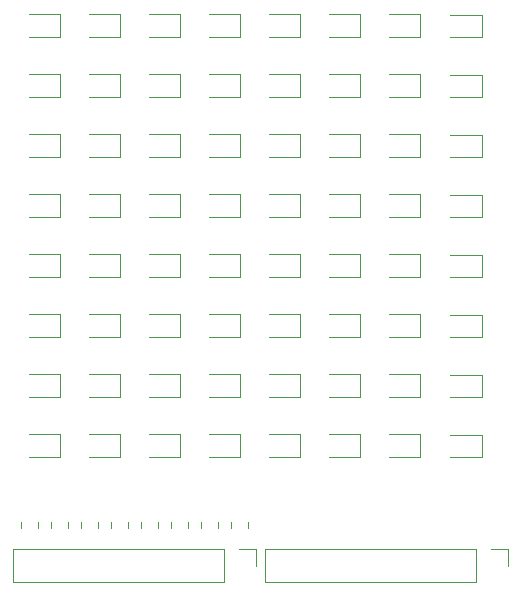
<source format=gbr>
%TF.GenerationSoftware,KiCad,Pcbnew,9.0.3*%
%TF.CreationDate,2025-08-28T20:36:14+02:00*%
%TF.ProjectId,ledki8x8,6c65646b-6938-4783-982e-6b696361645f,rev?*%
%TF.SameCoordinates,Original*%
%TF.FileFunction,Legend,Top*%
%TF.FilePolarity,Positive*%
%FSLAX46Y46*%
G04 Gerber Fmt 4.6, Leading zero omitted, Abs format (unit mm)*
G04 Created by KiCad (PCBNEW 9.0.3) date 2025-08-28 20:36:14*
%MOMM*%
%LPD*%
G01*
G04 APERTURE LIST*
%ADD10C,0.120000*%
G04 APERTURE END LIST*
D10*
%TO.C,J2*%
X185538000Y-126140000D02*
X167648000Y-126140000D01*
X167648000Y-123380000D02*
X167648000Y-126140000D01*
X185538000Y-123380000D02*
X185538000Y-126140000D01*
X185538000Y-123380000D02*
X167648000Y-123380000D01*
X186808000Y-123380000D02*
X188188000Y-123380000D01*
X188188000Y-123380000D02*
X188188000Y-124760000D01*
%TO.C,J1*%
X164202000Y-126140000D02*
X146312000Y-126140000D01*
X146312000Y-123380000D02*
X146312000Y-126140000D01*
X164202000Y-123380000D02*
X164202000Y-126140000D01*
X164202000Y-123380000D02*
X146312000Y-123380000D01*
X165472000Y-123380000D02*
X166852000Y-123380000D01*
X166852000Y-123380000D02*
X166852000Y-124760000D01*
%TO.C,R5*%
X156047000Y-121080436D02*
X156047000Y-121534564D01*
X154577000Y-121080436D02*
X154577000Y-121534564D01*
%TO.C,R1*%
X164737000Y-121080436D02*
X164737000Y-121534564D01*
X166207000Y-121080436D02*
X166207000Y-121534564D01*
%TO.C,R4*%
X157117000Y-121080436D02*
X157117000Y-121534564D01*
X158587000Y-121080436D02*
X158587000Y-121534564D01*
%TO.C,R2*%
X162197000Y-121080436D02*
X162197000Y-121534564D01*
X163667000Y-121080436D02*
X163667000Y-121534564D01*
%TO.C,R3*%
X159657000Y-121080436D02*
X159657000Y-121534564D01*
X161127000Y-121080436D02*
X161127000Y-121534564D01*
%TO.C,R8*%
X146957000Y-121080436D02*
X146957000Y-121534564D01*
X148427000Y-121080436D02*
X148427000Y-121534564D01*
%TO.C,R7*%
X149497000Y-121080436D02*
X149497000Y-121534564D01*
X150967000Y-121080436D02*
X150967000Y-121534564D01*
%TO.C,R6*%
X152037000Y-121080436D02*
X152037000Y-121534564D01*
X153507000Y-121080436D02*
X153507000Y-121534564D01*
%TO.C,D8*%
X147629500Y-80000000D02*
X150314500Y-80000000D01*
X150314500Y-78080000D02*
X147629500Y-78080000D01*
X150314500Y-80000000D02*
X150314500Y-78080000D01*
%TO.C,D7*%
X152709500Y-80000000D02*
X155394500Y-80000000D01*
X155394500Y-78080000D02*
X152709500Y-78080000D01*
X155394500Y-80000000D02*
X155394500Y-78080000D01*
%TO.C,D15*%
X152709500Y-85080000D02*
X155394500Y-85080000D01*
X155394500Y-83160000D02*
X152709500Y-83160000D01*
X155394500Y-85080000D02*
X155394500Y-83160000D01*
%TO.C,D30*%
X152709500Y-95240000D02*
X155394500Y-95240000D01*
X155394500Y-93320000D02*
X152709500Y-93320000D01*
X155394500Y-95240000D02*
X155394500Y-93320000D01*
%TO.C,D57*%
X152709500Y-100320000D02*
X155394500Y-100320000D01*
X155394500Y-98400000D02*
X152709500Y-98400000D01*
X155394500Y-100320000D02*
X155394500Y-98400000D01*
%TO.C,D58*%
X152709500Y-105400000D02*
X155394500Y-105400000D01*
X155394500Y-103480000D02*
X152709500Y-103480000D01*
X155394500Y-105400000D02*
X155394500Y-103480000D01*
%TO.C,D59*%
X152709500Y-110480000D02*
X155394500Y-110480000D01*
X155394500Y-108560000D02*
X152709500Y-108560000D01*
X155394500Y-110480000D02*
X155394500Y-108560000D01*
%TO.C,D60*%
X152709500Y-115560000D02*
X155394500Y-115560000D01*
X155394500Y-113640000D02*
X152709500Y-113640000D01*
X155394500Y-115560000D02*
X155394500Y-113640000D01*
%TO.C,D29*%
X152709500Y-90160000D02*
X155394500Y-90160000D01*
X155394500Y-88240000D02*
X152709500Y-88240000D01*
X155394500Y-90160000D02*
X155394500Y-88240000D01*
%TO.C,D16*%
X147629500Y-85080000D02*
X150314500Y-85080000D01*
X150314500Y-83160000D02*
X147629500Y-83160000D01*
X150314500Y-85080000D02*
X150314500Y-83160000D01*
%TO.C,D2*%
X180794500Y-80000000D02*
X180794500Y-78080000D01*
X180794500Y-78080000D02*
X178109500Y-78080000D01*
X178109500Y-80000000D02*
X180794500Y-80000000D01*
%TO.C,D10*%
X180794500Y-85080000D02*
X180794500Y-83160000D01*
X180794500Y-83160000D02*
X178109500Y-83160000D01*
X178109500Y-85080000D02*
X180794500Y-85080000D01*
%TO.C,D19*%
X180794500Y-90160000D02*
X180794500Y-88240000D01*
X180794500Y-88240000D02*
X178109500Y-88240000D01*
X178109500Y-90160000D02*
X180794500Y-90160000D01*
%TO.C,D20*%
X180794500Y-95240000D02*
X180794500Y-93320000D01*
X180794500Y-93320000D02*
X178109500Y-93320000D01*
X178109500Y-95240000D02*
X180794500Y-95240000D01*
%TO.C,D40*%
X180794500Y-115560000D02*
X180794500Y-113640000D01*
X180794500Y-113640000D02*
X178109500Y-113640000D01*
X178109500Y-115560000D02*
X180794500Y-115560000D01*
%TO.C,D37*%
X180794500Y-100320000D02*
X180794500Y-98400000D01*
X180794500Y-98400000D02*
X178109500Y-98400000D01*
X178109500Y-100320000D02*
X180794500Y-100320000D01*
%TO.C,D38*%
X180794500Y-105400000D02*
X180794500Y-103480000D01*
X180794500Y-103480000D02*
X178109500Y-103480000D01*
X178109500Y-105400000D02*
X180794500Y-105400000D01*
%TO.C,D39*%
X180794500Y-110480000D02*
X180794500Y-108560000D01*
X180794500Y-108560000D02*
X178109500Y-108560000D01*
X178109500Y-110480000D02*
X180794500Y-110480000D01*
%TO.C,D36*%
X186010994Y-115567608D02*
X186010994Y-113647608D01*
X186010994Y-113647608D02*
X183325994Y-113647608D01*
X183325994Y-115567608D02*
X186010994Y-115567608D01*
%TO.C,D18*%
X186010994Y-95247608D02*
X186010994Y-93327608D01*
X186010994Y-93327608D02*
X183325994Y-93327608D01*
X183325994Y-95247608D02*
X186010994Y-95247608D01*
%TO.C,D35*%
X186010994Y-110487608D02*
X186010994Y-108567608D01*
X186010994Y-108567608D02*
X183325994Y-108567608D01*
X183325994Y-110487608D02*
X186010994Y-110487608D01*
%TO.C,D33*%
X183325994Y-100327608D02*
X186010994Y-100327608D01*
X186010994Y-98407608D02*
X183325994Y-98407608D01*
X186010994Y-100327608D02*
X186010994Y-98407608D01*
%TO.C,D9*%
X186010994Y-85087608D02*
X186010994Y-83167608D01*
X186010994Y-83167608D02*
X183325994Y-83167608D01*
X183325994Y-85087608D02*
X186010994Y-85087608D01*
%TO.C,D17*%
X186010994Y-90167608D02*
X186010994Y-88247608D01*
X186010994Y-88247608D02*
X183325994Y-88247608D01*
X183325994Y-90167608D02*
X186010994Y-90167608D01*
%TO.C,D34*%
X186010994Y-105407608D02*
X186010994Y-103487608D01*
X186010994Y-103487608D02*
X183325994Y-103487608D01*
X183325994Y-105407608D02*
X186010994Y-105407608D01*
%TO.C,D1*%
X186010994Y-80007608D02*
X186010994Y-78087608D01*
X186010994Y-78087608D02*
X183325994Y-78087608D01*
X183325994Y-80007608D02*
X186010994Y-80007608D01*
%TO.C,D53*%
X157789500Y-100320000D02*
X160474500Y-100320000D01*
X160474500Y-98400000D02*
X157789500Y-98400000D01*
X160474500Y-100320000D02*
X160474500Y-98400000D01*
%TO.C,D64*%
X150314500Y-115560000D02*
X150314500Y-113640000D01*
X150314500Y-113640000D02*
X147629500Y-113640000D01*
X147629500Y-115560000D02*
X150314500Y-115560000D01*
%TO.C,D63*%
X150314500Y-110480000D02*
X150314500Y-108560000D01*
X150314500Y-108560000D02*
X147629500Y-108560000D01*
X147629500Y-110480000D02*
X150314500Y-110480000D01*
%TO.C,D62*%
X150314500Y-105400000D02*
X150314500Y-103480000D01*
X150314500Y-103480000D02*
X147629500Y-103480000D01*
X147629500Y-105400000D02*
X150314500Y-105400000D01*
%TO.C,D61*%
X150314500Y-100320000D02*
X150314500Y-98400000D01*
X150314500Y-98400000D02*
X147629500Y-98400000D01*
X147629500Y-100320000D02*
X150314500Y-100320000D01*
%TO.C,D56*%
X160474500Y-115560000D02*
X160474500Y-113640000D01*
X160474500Y-113640000D02*
X157789500Y-113640000D01*
X157789500Y-115560000D02*
X160474500Y-115560000D01*
%TO.C,D55*%
X160474500Y-110480000D02*
X160474500Y-108560000D01*
X160474500Y-108560000D02*
X157789500Y-108560000D01*
X157789500Y-110480000D02*
X160474500Y-110480000D01*
%TO.C,D54*%
X160474500Y-105400000D02*
X160474500Y-103480000D01*
X160474500Y-103480000D02*
X157789500Y-103480000D01*
X157789500Y-105400000D02*
X160474500Y-105400000D01*
%TO.C,D52*%
X165554500Y-115560000D02*
X165554500Y-113640000D01*
X165554500Y-113640000D02*
X162869500Y-113640000D01*
X162869500Y-115560000D02*
X165554500Y-115560000D01*
%TO.C,D51*%
X165554500Y-110480000D02*
X165554500Y-108560000D01*
X165554500Y-108560000D02*
X162869500Y-108560000D01*
X162869500Y-110480000D02*
X165554500Y-110480000D01*
%TO.C,D50*%
X165554500Y-105400000D02*
X165554500Y-103480000D01*
X165554500Y-103480000D02*
X162869500Y-103480000D01*
X162869500Y-105400000D02*
X165554500Y-105400000D01*
%TO.C,D49*%
X165554500Y-100320000D02*
X165554500Y-98400000D01*
X165554500Y-98400000D02*
X162869500Y-98400000D01*
X162869500Y-100320000D02*
X165554500Y-100320000D01*
%TO.C,D48*%
X170634500Y-115560000D02*
X170634500Y-113640000D01*
X170634500Y-113640000D02*
X167949500Y-113640000D01*
X167949500Y-115560000D02*
X170634500Y-115560000D01*
%TO.C,D47*%
X170634500Y-110480000D02*
X170634500Y-108560000D01*
X170634500Y-108560000D02*
X167949500Y-108560000D01*
X167949500Y-110480000D02*
X170634500Y-110480000D01*
%TO.C,D46*%
X170634500Y-105400000D02*
X170634500Y-103480000D01*
X170634500Y-103480000D02*
X167949500Y-103480000D01*
X167949500Y-105400000D02*
X170634500Y-105400000D01*
%TO.C,D45*%
X170634500Y-100320000D02*
X170634500Y-98400000D01*
X170634500Y-98400000D02*
X167949500Y-98400000D01*
X167949500Y-100320000D02*
X170634500Y-100320000D01*
%TO.C,D44*%
X175714500Y-115560000D02*
X175714500Y-113640000D01*
X175714500Y-113640000D02*
X173029500Y-113640000D01*
X173029500Y-115560000D02*
X175714500Y-115560000D01*
%TO.C,D43*%
X175714500Y-110480000D02*
X175714500Y-108560000D01*
X175714500Y-108560000D02*
X173029500Y-108560000D01*
X173029500Y-110480000D02*
X175714500Y-110480000D01*
%TO.C,D42*%
X175714500Y-105400000D02*
X175714500Y-103480000D01*
X175714500Y-103480000D02*
X173029500Y-103480000D01*
X173029500Y-105400000D02*
X175714500Y-105400000D01*
%TO.C,D41*%
X175714500Y-100320000D02*
X175714500Y-98400000D01*
X175714500Y-98400000D02*
X173029500Y-98400000D01*
X173029500Y-100320000D02*
X175714500Y-100320000D01*
%TO.C,D32*%
X150314500Y-95240000D02*
X150314500Y-93320000D01*
X150314500Y-93320000D02*
X147629500Y-93320000D01*
X147629500Y-95240000D02*
X150314500Y-95240000D01*
%TO.C,D31*%
X150314500Y-90160000D02*
X150314500Y-88240000D01*
X150314500Y-88240000D02*
X147629500Y-88240000D01*
X147629500Y-90160000D02*
X150314500Y-90160000D01*
%TO.C,D28*%
X160474500Y-95240000D02*
X160474500Y-93320000D01*
X160474500Y-93320000D02*
X157789500Y-93320000D01*
X157789500Y-95240000D02*
X160474500Y-95240000D01*
%TO.C,D27*%
X160474500Y-90160000D02*
X160474500Y-88240000D01*
X160474500Y-88240000D02*
X157789500Y-88240000D01*
X157789500Y-90160000D02*
X160474500Y-90160000D01*
%TO.C,D26*%
X165554500Y-95240000D02*
X165554500Y-93320000D01*
X165554500Y-93320000D02*
X162869500Y-93320000D01*
X162869500Y-95240000D02*
X165554500Y-95240000D01*
%TO.C,D25*%
X165554500Y-90160000D02*
X165554500Y-88240000D01*
X165554500Y-88240000D02*
X162869500Y-88240000D01*
X162869500Y-90160000D02*
X165554500Y-90160000D01*
%TO.C,D24*%
X170634500Y-95240000D02*
X170634500Y-93320000D01*
X170634500Y-93320000D02*
X167949500Y-93320000D01*
X167949500Y-95240000D02*
X170634500Y-95240000D01*
%TO.C,D23*%
X170634500Y-90160000D02*
X170634500Y-88240000D01*
X170634500Y-88240000D02*
X167949500Y-88240000D01*
X167949500Y-90160000D02*
X170634500Y-90160000D01*
%TO.C,D22*%
X175714500Y-95240000D02*
X175714500Y-93320000D01*
X175714500Y-93320000D02*
X173029500Y-93320000D01*
X173029500Y-95240000D02*
X175714500Y-95240000D01*
%TO.C,D21*%
X175714500Y-90160000D02*
X175714500Y-88240000D01*
X175714500Y-88240000D02*
X173029500Y-88240000D01*
X173029500Y-90160000D02*
X175714500Y-90160000D01*
%TO.C,D14*%
X160474500Y-85080000D02*
X160474500Y-83160000D01*
X160474500Y-83160000D02*
X157789500Y-83160000D01*
X157789500Y-85080000D02*
X160474500Y-85080000D01*
%TO.C,D13*%
X165554500Y-85080000D02*
X165554500Y-83160000D01*
X165554500Y-83160000D02*
X162869500Y-83160000D01*
X162869500Y-85080000D02*
X165554500Y-85080000D01*
%TO.C,D12*%
X170634500Y-85080000D02*
X170634500Y-83160000D01*
X170634500Y-83160000D02*
X167949500Y-83160000D01*
X167949500Y-85080000D02*
X170634500Y-85080000D01*
%TO.C,D11*%
X175714500Y-85080000D02*
X175714500Y-83160000D01*
X175714500Y-83160000D02*
X173029500Y-83160000D01*
X173029500Y-85080000D02*
X175714500Y-85080000D01*
%TO.C,D6*%
X160474500Y-80000000D02*
X160474500Y-78080000D01*
X160474500Y-78080000D02*
X157789500Y-78080000D01*
X157789500Y-80000000D02*
X160474500Y-80000000D01*
%TO.C,D5*%
X165554500Y-80000000D02*
X165554500Y-78080000D01*
X165554500Y-78080000D02*
X162869500Y-78080000D01*
X162869500Y-80000000D02*
X165554500Y-80000000D01*
%TO.C,D4*%
X170634500Y-80000000D02*
X170634500Y-78080000D01*
X170634500Y-78080000D02*
X167949500Y-78080000D01*
X167949500Y-80000000D02*
X170634500Y-80000000D01*
%TO.C,D3*%
X175714500Y-80000000D02*
X175714500Y-78080000D01*
X175714500Y-78080000D02*
X173029500Y-78080000D01*
X173029500Y-80000000D02*
X175714500Y-80000000D01*
%TD*%
M02*

</source>
